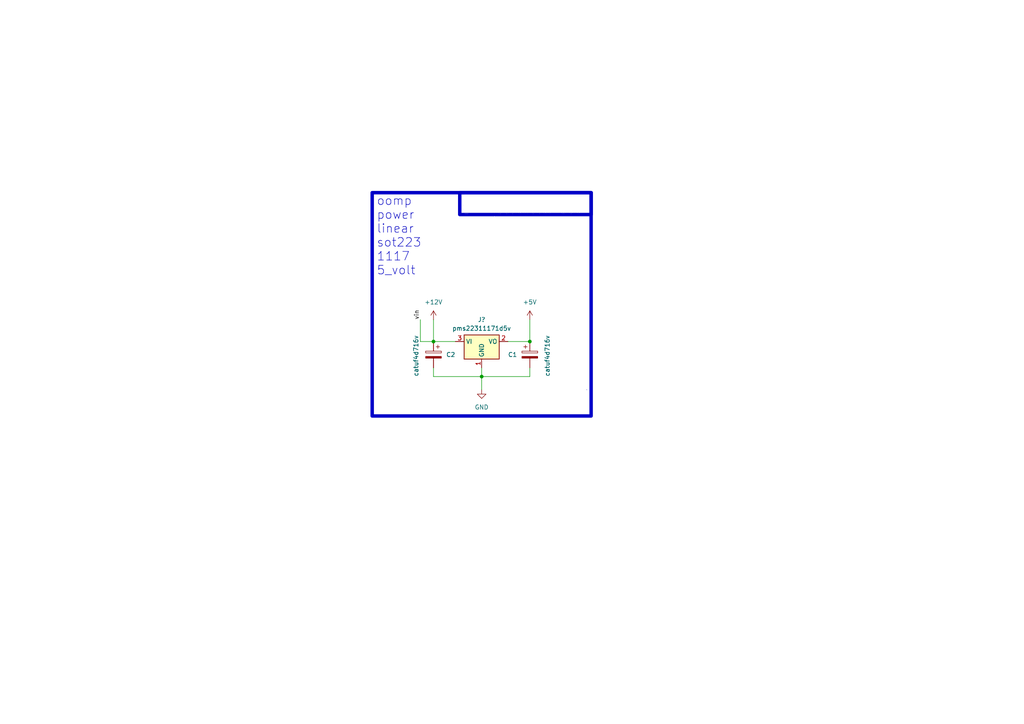
<source format=kicad_sch>
(kicad_sch (version 20230121) (generator eeschema)
  (paper "A4")
  (lib_symbols
    (symbol "oomlout_oomp_part_symbols:catuf4d716v_electronic_capacitor_3216_avx_a_tantalum_4_7_micro_farad_16_volt" (pin_numbers hide) (pin_names (offset 0.254))
      (property "Reference" "C" (at 0.635 2.54 0))
      (property "Value" "catuf4d716v_electronic_capacitor_3216_avx_a_tantalum_4_7_micro_farad_16_volt" (at 0.635 -2.54 0))
      (symbol "catuf4d716v_electronic_capacitor_3216_avx_a_tantalum_4_7_micro_farad_16_volt_0_1"
        (rectangle (start -2.286 0.508) (end 2.286 1.016))
        (polyline (pts (xy -1.778 2.286) (xy -0.762 2.286)))
        (polyline (pts (xy -1.27 2.794) (xy -1.27 1.778)))
        (rectangle (start 2.286 -0.508) (end -2.286 -1.016) (fill (type outline)))
      )
      (symbol "catuf4d716v_electronic_capacitor_3216_avx_a_tantalum_4_7_micro_farad_16_volt_1_1"
        (pin passive line (at 0 3.81 270) (length 2.794) (name "~") (number "1"))
        (pin passive line (at 0 -3.81 90) (length 2.794) (name "~") (number "2"))
      )
    )
    (symbol "oomlout_oomp_part_symbols:pms22311171d5v_electronic_pmic_sot_223_linear_1117_1_5_volt"
      (property "Reference" "J" (at -3.81 3.175 0))
      (property "Value" "pms22311171d5v_electronic_pmic_sot_223_linear_1117_1_5_volt" (at 0 3.175 0))
      (symbol "pms22311171d5v_electronic_pmic_sot_223_linear_1117_1_5_volt_0_1"
        (rectangle (start -5.08 -5.08) (end 5.08 1.905) (stroke (width 0.254)) (fill (type background)))
      )
      (symbol "pms22311171d5v_electronic_pmic_sot_223_linear_1117_1_5_volt_1_1"
        (pin power_in line (at 0 -7.62 90) (length 2.54) (name "GND") (number "1"))
        (pin power_out line (at 7.62 0 180) (length 2.54) (name "VO") (number "2"))
        (pin power_in line (at -7.62 0 0) (length 2.54) (name "VI") (number "3"))
      )
    )
    (symbol "power:+12V" (power) (pin_names (offset 0))
      (property "Value" "+12V" (at 0 3.556 0))
      (symbol "+12V_0_1"
        (polyline (pts (xy -0.762 1.27) (xy 0 2.54)))
        (polyline (pts (xy 0 0) (xy 0 2.54)))
        (polyline (pts (xy 0 2.54) (xy 0.762 1.27)))
      )
      (symbol "+12V_1_1"
        (pin power_in line (at 0 0 90) (length 0) hide (name "+12V") (number "1"))
      )
    )
    (symbol "power:+5V" (power) (pin_names (offset 0))
      (property "Value" "+5V" (at 0 3.556 0))
      (symbol "+5V_0_1"
        (polyline (pts (xy -0.762 1.27) (xy 0 2.54)))
        (polyline (pts (xy 0 0) (xy 0 2.54)))
        (polyline (pts (xy 0 2.54) (xy 0.762 1.27)))
      )
      (symbol "+5V_1_1"
        (pin power_in line (at 0 0 90) (length 0) hide (name "+5V") (number "1"))
      )
    )
    (symbol "power:GND" (power) (pin_names (offset 0))
      (property "Value" "GND" (at 0 -3.81 0))
      (symbol "GND_0_1"
        (polyline (pts (xy 0 0) (xy 0 -1.27) (xy 1.27 -1.27) (xy 0 -2.54) (xy -1.27 -1.27) (xy 0 -1.27)))
      )
      (symbol "GND_1_1"
        (pin power_in line (at 0 0 270) (length 0) hide (name "GND") (number "1"))
      )
    )
  )
  (junction (at 125.73 99.06))
  (junction (at 153.67 99.06))
  (junction (at 139.7 109.22))
  (wire (pts (xy 139.7 109.22) (xy 125.73 109.22)))
  (wire (pts (xy 121.92 92.71) (xy 121.92 99.06)))
  (wire (pts (xy 139.7 106.68) (xy 139.7 109.22)))
  (wire (pts (xy 153.67 92.71) (xy 153.67 99.06)))
  (wire (pts (xy 125.73 109.22) (xy 125.73 106.68)))
  (wire (pts (xy 125.73 99.06) (xy 125.73 92.71)))
  (wire (pts (xy 121.92 99.06) (xy 125.73 99.06)))
  (wire (pts (xy 132.08 99.06) (xy 125.73 99.06)))
  (wire (pts (xy 139.7 109.22) (xy 153.67 109.22)))
  (wire (pts (xy 153.67 99.06) (xy 147.32 99.06)))
  (wire (pts (xy 153.67 106.68) (xy 153.67 109.22)))
  (wire (pts (xy 139.7 109.22) (xy 139.7 113.03)))
  (rectangle (start 170.18 113.03) (end 170.18 113.03))
  (rectangle (start 107.95 55.88) (end 171.45 120.65) (stroke (width 1)))
  (rectangle (start 133.35 55.88) (end 171.45 62.23) (stroke (width 1)) (fill (type color)))
  (text "oomp\npower\nlinear\nsot223\n1117\n5_volt" (at 109.22 80.01 0) (effects (font (size 2.5 2.5)) (justify left bottom)))
  (text "name" (at 135.89 62.23 90) (effects (font (size 1.27 1.27) (thickness 0.254) bold) (justify left bottom)))
  (text "power_5v\n" (at 170.18 62.23 0) (effects (font (size 4 4) (thickness 0.8) bold) (justify right bottom)))
  (label "vin" (at 121.92 92.71 90))
  (symbol (lib_id "power:+5V") (at 153.67 92.71 0) (unit 1)
    (property "Reference" "#PWR01" (effects hide))
    (property "Value" "+5V" (at 153.67 87.63 0))
  )
  (symbol (lib_id "oomlout_oomp_part_symbols:pms22311171d5v_electronic_pmic_sot_223_linear_1117_1_5_volt") (at 139.7 99.06 0) (unit 1)
    (property "Reference" "J?" (at 139.7 92.71 0))
    (property "Value" "pms22311171d5v" (at 139.7 95.25 0))
    (property "Footprint" "pms22311171d5v_electronic_pmic_sot_223_linear_1117_1_5_volt" (effects hide))
    (property "Datasheet" "https://github.com/oomlout/oomlout_oomp_v3/parts/electronic_pmic_sot_223_linear_1117_1_5_volt/datasheet.pdf" (effects hide))
  )
  (symbol (lib_id "oomlout_oomp_part_symbols:catuf4d716v_electronic_capacitor_3216_avx_a_tantalum_4_7_micro_farad_16_volt") (at 125.73 102.87 0) (mirror y) (unit 1)
    (property "Reference" "C2" (at 132.08 102.87 0) (effects (justify left)))
    (property "Value" "catuf4d716v" (at 120.65 109.22 90) (effects (justify left)))
    (property "Footprint" "catuf4d716v_electronic_capacitor_3216_avx_a_tantalum_4_7_micro_farad_16_volt" (effects hide))
    (property "Datasheet" "https://github.com/oomlout/oomlout_oomp_v3/parts/electronic_capacitor_3216_avx_a_tantalum_4_7_micro_farad_16_volt/datasheet.pdf" (effects hide))
  )
  (symbol (lib_id "power:+12V") (at 125.73 92.71 0) (unit 1)
    (property "Reference" "#PWR?" (effects hide))
    (property "Value" "+12V" (at 125.73 87.63 0))
  )
  (symbol (lib_id "oomlout_oomp_part_symbols:catuf4d716v_electronic_capacitor_3216_avx_a_tantalum_4_7_micro_farad_16_volt") (at 153.67 102.87 0) (unit 1)
    (property "Reference" "C1" (at 147.32 102.87 0) (effects (justify left)))
    (property "Value" "catuf4d716v" (at 158.75 109.22 90) (effects (justify left)))
    (property "Footprint" "catuf4d716v_electronic_capacitor_3216_avx_a_tantalum_4_7_micro_farad_16_volt" (effects hide))
    (property "Datasheet" "https://github.com/oomlout/oomlout_oomp_v3/parts/electronic_capacitor_3216_avx_a_tantalum_4_7_micro_farad_16_volt/datasheet.pdf" (effects hide))
  )
  (symbol (lib_id "power:GND") (at 139.7 113.03 0) (unit 1)
    (property "Reference" "#PWR?" (effects hide))
    (property "Value" "GND" (at 139.7 118.11 0))
  )
)
</source>
